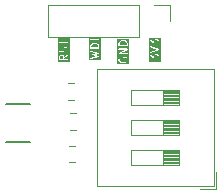
<source format=gbr>
G04 #@! TF.GenerationSoftware,KiCad,Pcbnew,7.0.9*
G04 #@! TF.CreationDate,2024-02-07T11:32:08+05:45*
G04 #@! TF.ProjectId,OBC-v4.0,4f42432d-7634-42e3-902e-6b696361645f,rev?*
G04 #@! TF.SameCoordinates,Original*
G04 #@! TF.FileFunction,Legend,Top*
G04 #@! TF.FilePolarity,Positive*
%FSLAX46Y46*%
G04 Gerber Fmt 4.6, Leading zero omitted, Abs format (unit mm)*
G04 Created by KiCad (PCBNEW 7.0.9) date 2024-02-07 11:32:08*
%MOMM*%
%LPD*%
G01*
G04 APERTURE LIST*
%ADD10C,0.100000*%
%ADD11C,0.120000*%
%ADD12C,0.152400*%
G04 APERTURE END LIST*
D10*
G36*
X120410014Y-85304719D02*
G01*
X120464514Y-85331969D01*
X120517099Y-85384554D01*
X120544133Y-85465656D01*
X120544133Y-85574211D01*
X119944133Y-85574211D01*
X119944133Y-85465656D01*
X119971167Y-85384553D01*
X120023750Y-85331970D01*
X120078251Y-85304719D01*
X120200287Y-85274211D01*
X120287978Y-85274211D01*
X120410014Y-85304719D01*
G37*
G36*
X120744133Y-87240877D02*
G01*
X119744133Y-87240877D01*
X119744133Y-86857544D01*
X119844133Y-86857544D01*
X119847282Y-86865146D01*
X119846699Y-86873355D01*
X119880032Y-86973355D01*
X119887657Y-86982147D01*
X119892111Y-86992899D01*
X119958777Y-87059566D01*
X119966381Y-87062715D01*
X119971773Y-87068932D01*
X120038440Y-87102266D01*
X120044108Y-87102668D01*
X120048673Y-87106051D01*
X120182006Y-87139384D01*
X120188276Y-87138450D01*
X120194133Y-87140877D01*
X120294133Y-87140877D01*
X120299989Y-87138450D01*
X120306260Y-87139384D01*
X120439592Y-87106051D01*
X120444158Y-87102667D01*
X120449826Y-87102265D01*
X120516494Y-87068932D01*
X120521885Y-87062715D01*
X120529488Y-87059566D01*
X120596155Y-86992900D01*
X120600608Y-86982147D01*
X120608234Y-86973355D01*
X120641567Y-86873355D01*
X120640983Y-86865147D01*
X120644133Y-86857544D01*
X120644133Y-86790877D01*
X120640983Y-86783273D01*
X120641567Y-86775066D01*
X120608234Y-86675066D01*
X120600609Y-86666274D01*
X120596155Y-86655521D01*
X120562821Y-86622188D01*
X120537820Y-86611833D01*
X120527466Y-86607544D01*
X120294133Y-86607544D01*
X120258778Y-86622189D01*
X120244133Y-86657544D01*
X120244133Y-86790877D01*
X120258778Y-86826232D01*
X120294133Y-86840877D01*
X120329488Y-86826232D01*
X120344133Y-86790877D01*
X120344133Y-86707544D01*
X120506755Y-86707544D01*
X120517099Y-86717887D01*
X120544133Y-86798989D01*
X120544133Y-86849431D01*
X120517098Y-86930534D01*
X120464516Y-86983117D01*
X120410016Y-87010367D01*
X120287978Y-87040877D01*
X120200287Y-87040877D01*
X120078250Y-87010367D01*
X120023752Y-86983119D01*
X119971167Y-86930535D01*
X119944133Y-86849431D01*
X119944133Y-86769346D01*
X119972188Y-86713237D01*
X119974900Y-86675065D01*
X119949827Y-86646155D01*
X119911655Y-86643443D01*
X119882745Y-86668516D01*
X119849412Y-86735184D01*
X119848587Y-86746791D01*
X119844133Y-86757544D01*
X119844133Y-86857544D01*
X119744133Y-86857544D01*
X119744133Y-86357544D01*
X119844133Y-86357544D01*
X119849088Y-86369506D01*
X119850721Y-86382351D01*
X119856150Y-86386555D01*
X119858778Y-86392899D01*
X119870739Y-86397853D01*
X119880977Y-86405782D01*
X119887788Y-86404916D01*
X119894133Y-86407544D01*
X120594133Y-86407544D01*
X120629488Y-86392899D01*
X120644133Y-86357544D01*
X120629488Y-86322189D01*
X120594133Y-86307544D01*
X120082411Y-86307544D01*
X120618940Y-86000956D01*
X120623144Y-85995526D01*
X120629488Y-85992899D01*
X120634442Y-85980937D01*
X120642371Y-85970700D01*
X120641505Y-85963888D01*
X120644133Y-85957544D01*
X120639177Y-85945581D01*
X120637545Y-85932737D01*
X120632115Y-85928532D01*
X120629488Y-85922189D01*
X120617526Y-85917234D01*
X120607289Y-85909306D01*
X120600477Y-85910171D01*
X120594133Y-85907544D01*
X119894133Y-85907544D01*
X119858778Y-85922189D01*
X119844133Y-85957544D01*
X119858778Y-85992899D01*
X119894133Y-86007544D01*
X120405855Y-86007544D01*
X119869326Y-86314132D01*
X119865121Y-86319561D01*
X119858778Y-86322189D01*
X119853823Y-86334150D01*
X119845895Y-86344388D01*
X119846760Y-86351199D01*
X119844133Y-86357544D01*
X119744133Y-86357544D01*
X119744133Y-85624211D01*
X119844133Y-85624211D01*
X119858778Y-85659566D01*
X119894133Y-85674211D01*
X120594133Y-85674211D01*
X120629488Y-85659566D01*
X120644133Y-85624211D01*
X120644133Y-85457544D01*
X120640983Y-85449940D01*
X120641567Y-85441733D01*
X120608234Y-85341733D01*
X120600608Y-85332940D01*
X120596155Y-85322189D01*
X120529488Y-85255522D01*
X120521884Y-85252372D01*
X120516494Y-85246157D01*
X120449827Y-85212823D01*
X120444158Y-85212420D01*
X120439592Y-85209037D01*
X120306260Y-85175704D01*
X120299989Y-85176637D01*
X120294133Y-85174211D01*
X120194133Y-85174211D01*
X120188276Y-85176637D01*
X120182006Y-85175704D01*
X120048673Y-85209037D01*
X120044107Y-85212420D01*
X120038439Y-85212823D01*
X119971772Y-85246157D01*
X119966381Y-85252372D01*
X119958778Y-85255522D01*
X119892111Y-85322188D01*
X119887656Y-85332941D01*
X119880032Y-85341733D01*
X119846699Y-85441733D01*
X119847282Y-85449941D01*
X119844133Y-85457544D01*
X119844133Y-85624211D01*
X119744133Y-85624211D01*
X119744133Y-85074211D01*
X120744133Y-85074211D01*
X120744133Y-87240877D01*
G37*
G36*
X123414133Y-87014211D02*
G01*
X122414133Y-87014211D01*
X122414133Y-86864211D01*
X122514133Y-86864211D01*
X122528778Y-86899566D01*
X122564133Y-86914211D01*
X122599488Y-86899566D01*
X122614133Y-86864211D01*
X122614133Y-86541065D01*
X122797875Y-86701840D01*
X122814545Y-86707477D01*
X122830800Y-86714211D01*
X122832442Y-86713530D01*
X122834126Y-86714100D01*
X122849899Y-86706299D01*
X122866155Y-86699566D01*
X122866835Y-86697924D01*
X122868429Y-86697136D01*
X122874066Y-86680465D01*
X122880800Y-86664211D01*
X122880800Y-86576013D01*
X122905226Y-86527160D01*
X122927083Y-86505303D01*
X122975936Y-86480877D01*
X123118997Y-86480877D01*
X123167847Y-86505302D01*
X123189708Y-86527164D01*
X123214133Y-86576013D01*
X123214133Y-86752408D01*
X123189707Y-86801258D01*
X123162111Y-86828856D01*
X123147466Y-86864211D01*
X123162111Y-86899566D01*
X123197466Y-86914211D01*
X123232821Y-86899566D01*
X123266155Y-86866233D01*
X123269304Y-86858629D01*
X123275521Y-86853238D01*
X123308854Y-86786572D01*
X123309679Y-86774963D01*
X123314133Y-86764211D01*
X123314133Y-86564211D01*
X123309679Y-86553460D01*
X123308855Y-86541851D01*
X123275521Y-86475184D01*
X123269305Y-86469792D01*
X123266155Y-86462188D01*
X123232821Y-86428855D01*
X123225217Y-86425705D01*
X123219827Y-86419490D01*
X123153161Y-86386156D01*
X123141552Y-86385330D01*
X123130800Y-86380877D01*
X122964133Y-86380877D01*
X122953380Y-86385330D01*
X122941772Y-86386156D01*
X122875105Y-86419490D01*
X122869713Y-86425706D01*
X122862111Y-86428856D01*
X122828778Y-86462189D01*
X122825628Y-86469791D01*
X122819412Y-86475183D01*
X122786079Y-86541851D01*
X122785254Y-86553458D01*
X122783897Y-86556732D01*
X122597058Y-86393248D01*
X122580387Y-86387610D01*
X122564133Y-86380877D01*
X122562490Y-86381557D01*
X122560807Y-86380988D01*
X122545033Y-86388788D01*
X122528778Y-86395522D01*
X122528097Y-86397163D01*
X122526504Y-86397952D01*
X122520866Y-86414622D01*
X122514133Y-86430877D01*
X122514133Y-86864211D01*
X122414133Y-86864211D01*
X122414133Y-86246688D01*
X122516699Y-86246688D01*
X122541773Y-86275598D01*
X122579944Y-86278311D01*
X123279945Y-86044978D01*
X123282767Y-86042529D01*
X123286493Y-86042265D01*
X123296877Y-86030291D01*
X123308854Y-86019904D01*
X123309118Y-86016177D01*
X123311567Y-86013355D01*
X123310443Y-85997544D01*
X123311567Y-85981733D01*
X123309118Y-85978910D01*
X123308854Y-85975184D01*
X123296881Y-85964800D01*
X123286494Y-85952823D01*
X123282766Y-85952558D01*
X123279944Y-85950110D01*
X122579944Y-85716776D01*
X122541773Y-85719489D01*
X122516699Y-85748399D01*
X122519412Y-85786570D01*
X122548322Y-85811644D01*
X123106020Y-85997543D01*
X122548322Y-86183443D01*
X122519412Y-86208517D01*
X122516699Y-86246688D01*
X122414133Y-86246688D01*
X122414133Y-85597544D01*
X122514133Y-85597544D01*
X122528778Y-85632899D01*
X122564133Y-85647544D01*
X122599488Y-85632899D01*
X122614133Y-85597544D01*
X122614133Y-85274398D01*
X122797875Y-85435173D01*
X122814545Y-85440810D01*
X122830800Y-85447544D01*
X122832442Y-85446863D01*
X122834126Y-85447433D01*
X122849899Y-85439632D01*
X122866155Y-85432899D01*
X122866835Y-85431257D01*
X122868429Y-85430469D01*
X122874066Y-85413798D01*
X122880800Y-85397544D01*
X122880800Y-85309346D01*
X122905226Y-85260493D01*
X122927083Y-85238636D01*
X122975936Y-85214210D01*
X123118997Y-85214210D01*
X123167847Y-85238635D01*
X123189708Y-85260497D01*
X123214133Y-85309346D01*
X123214133Y-85485741D01*
X123189707Y-85534591D01*
X123162111Y-85562189D01*
X123147466Y-85597544D01*
X123162111Y-85632899D01*
X123197466Y-85647544D01*
X123232821Y-85632899D01*
X123266155Y-85599566D01*
X123269304Y-85591962D01*
X123275521Y-85586571D01*
X123308854Y-85519905D01*
X123309679Y-85508296D01*
X123314133Y-85497544D01*
X123314133Y-85297544D01*
X123309679Y-85286793D01*
X123308855Y-85275184D01*
X123275521Y-85208517D01*
X123269305Y-85203125D01*
X123266155Y-85195521D01*
X123232821Y-85162188D01*
X123225217Y-85159038D01*
X123219827Y-85152823D01*
X123153161Y-85119489D01*
X123141552Y-85118663D01*
X123130800Y-85114210D01*
X122964133Y-85114210D01*
X122953380Y-85118663D01*
X122941772Y-85119489D01*
X122875105Y-85152823D01*
X122869713Y-85159039D01*
X122862111Y-85162189D01*
X122828778Y-85195522D01*
X122825628Y-85203124D01*
X122819412Y-85208516D01*
X122786079Y-85275184D01*
X122785254Y-85286791D01*
X122783897Y-85290065D01*
X122597058Y-85126581D01*
X122580387Y-85120943D01*
X122564133Y-85114210D01*
X122562490Y-85114890D01*
X122560807Y-85114321D01*
X122545033Y-85122121D01*
X122528778Y-85128855D01*
X122528097Y-85130496D01*
X122526504Y-85131285D01*
X122520866Y-85147955D01*
X122514133Y-85164210D01*
X122514133Y-85597544D01*
X122414133Y-85597544D01*
X122414133Y-85014210D01*
X123414133Y-85014210D01*
X123414133Y-87014211D01*
G37*
G36*
X118000014Y-85548052D02*
G01*
X118054514Y-85575302D01*
X118107099Y-85627887D01*
X118134133Y-85708989D01*
X118134133Y-85817544D01*
X117534133Y-85817544D01*
X117534133Y-85708989D01*
X117561167Y-85627886D01*
X117613750Y-85575303D01*
X117668251Y-85548052D01*
X117790287Y-85517544D01*
X117877978Y-85517544D01*
X118000014Y-85548052D01*
G37*
G36*
X118334133Y-86882851D02*
G01*
X117334133Y-86882851D01*
X117334133Y-86745792D01*
X117435493Y-86745792D01*
X117457928Y-86776794D01*
X117495714Y-86782851D01*
X118195714Y-86616184D01*
X118201772Y-86611799D01*
X118209184Y-86610815D01*
X118216697Y-86600999D01*
X118226716Y-86593749D01*
X118227899Y-86586363D01*
X118232444Y-86580427D01*
X118230815Y-86568173D01*
X118232773Y-86555963D01*
X118228387Y-86549903D01*
X118227403Y-86542492D01*
X118217587Y-86534978D01*
X118210338Y-86524961D01*
X118202954Y-86523777D01*
X118197016Y-86519232D01*
X117878185Y-86434210D01*
X118197017Y-86349189D01*
X118202955Y-86344643D01*
X118210338Y-86343460D01*
X118217587Y-86333442D01*
X118227404Y-86325928D01*
X118228388Y-86318517D01*
X118232774Y-86312458D01*
X118230816Y-86300248D01*
X118232445Y-86287994D01*
X118227899Y-86282055D01*
X118226716Y-86274672D01*
X118216699Y-86267423D01*
X118209185Y-86257606D01*
X118201771Y-86256620D01*
X118195714Y-86252237D01*
X117495714Y-86085571D01*
X117457928Y-86091629D01*
X117435493Y-86122630D01*
X117441551Y-86160416D01*
X117472552Y-86182851D01*
X117979789Y-86303621D01*
X117671250Y-86385899D01*
X117665837Y-86390042D01*
X117659081Y-86390940D01*
X117651181Y-86401259D01*
X117640862Y-86409159D01*
X117639964Y-86415915D01*
X117635821Y-86421328D01*
X117637532Y-86434211D01*
X117635821Y-86447094D01*
X117639964Y-86452506D01*
X117640862Y-86459263D01*
X117651181Y-86467162D01*
X117659081Y-86477482D01*
X117665837Y-86478379D01*
X117671250Y-86482523D01*
X117979789Y-86564799D01*
X117472552Y-86685571D01*
X117441550Y-86708006D01*
X117435493Y-86745792D01*
X117334133Y-86745792D01*
X117334133Y-85867544D01*
X117434133Y-85867544D01*
X117448778Y-85902899D01*
X117484133Y-85917544D01*
X118184133Y-85917544D01*
X118219488Y-85902899D01*
X118234133Y-85867544D01*
X118234133Y-85700877D01*
X118230983Y-85693273D01*
X118231567Y-85685066D01*
X118198234Y-85585066D01*
X118190608Y-85576273D01*
X118186155Y-85565522D01*
X118119488Y-85498855D01*
X118111884Y-85495705D01*
X118106494Y-85489490D01*
X118039827Y-85456156D01*
X118034158Y-85455753D01*
X118029592Y-85452370D01*
X117896260Y-85419037D01*
X117889989Y-85419970D01*
X117884133Y-85417544D01*
X117784133Y-85417544D01*
X117778276Y-85419970D01*
X117772006Y-85419037D01*
X117638673Y-85452370D01*
X117634107Y-85455753D01*
X117628439Y-85456156D01*
X117561772Y-85489490D01*
X117556381Y-85495705D01*
X117548778Y-85498855D01*
X117482111Y-85565521D01*
X117477656Y-85576274D01*
X117470032Y-85585066D01*
X117436699Y-85685066D01*
X117437282Y-85693274D01*
X117434133Y-85700877D01*
X117434133Y-85867544D01*
X117334133Y-85867544D01*
X117334133Y-85167544D01*
X117434133Y-85167544D01*
X117448778Y-85202899D01*
X117484133Y-85217544D01*
X118184133Y-85217544D01*
X118219488Y-85202899D01*
X118234133Y-85167544D01*
X118219488Y-85132189D01*
X118184133Y-85117544D01*
X117484133Y-85117544D01*
X117448778Y-85132189D01*
X117434133Y-85167544D01*
X117334133Y-85167544D01*
X117334133Y-85017544D01*
X118334133Y-85017544D01*
X118334133Y-86882851D01*
G37*
G36*
X115124514Y-86541969D02*
G01*
X115146374Y-86563829D01*
X115170800Y-86612680D01*
X115170800Y-86817544D01*
X114904133Y-86817544D01*
X114904133Y-86612680D01*
X114928558Y-86563828D01*
X114950418Y-86541969D01*
X114999269Y-86517544D01*
X115075664Y-86517544D01*
X115124514Y-86541969D01*
G37*
G36*
X115704133Y-87017544D02*
G01*
X114704133Y-87017544D01*
X114704133Y-86867544D01*
X114804133Y-86867544D01*
X114818778Y-86902899D01*
X114854133Y-86917544D01*
X115220800Y-86917544D01*
X115554133Y-86917544D01*
X115589488Y-86902899D01*
X115604133Y-86867544D01*
X115589488Y-86832189D01*
X115554133Y-86817544D01*
X115270800Y-86817544D01*
X115270800Y-86726910D01*
X115582806Y-86508505D01*
X115603372Y-86476233D01*
X115595095Y-86438871D01*
X115562822Y-86418305D01*
X115525460Y-86426582D01*
X115270800Y-86604843D01*
X115270800Y-86600877D01*
X115266346Y-86590124D01*
X115265521Y-86578516D01*
X115232187Y-86511850D01*
X115225971Y-86506459D01*
X115222822Y-86498856D01*
X115189489Y-86465522D01*
X115181885Y-86462372D01*
X115176494Y-86456156D01*
X115109826Y-86422823D01*
X115098218Y-86421998D01*
X115087466Y-86417544D01*
X114987466Y-86417544D01*
X114976713Y-86421997D01*
X114965105Y-86422823D01*
X114898439Y-86456156D01*
X114893047Y-86462372D01*
X114885444Y-86465522D01*
X114852111Y-86498856D01*
X114848961Y-86506458D01*
X114842745Y-86511850D01*
X114809412Y-86578516D01*
X114808586Y-86590124D01*
X114804133Y-86600877D01*
X114804133Y-86867544D01*
X114704133Y-86867544D01*
X114704133Y-86067544D01*
X114804133Y-86067544D01*
X114808587Y-86078296D01*
X114809412Y-86089904D01*
X114842745Y-86156572D01*
X114848961Y-86161963D01*
X114852111Y-86169567D01*
X114885445Y-86202900D01*
X114893048Y-86206049D01*
X114898439Y-86212265D01*
X114965105Y-86245598D01*
X114976713Y-86246423D01*
X114987466Y-86250877D01*
X115054133Y-86250877D01*
X115064885Y-86246422D01*
X115076493Y-86245598D01*
X115143161Y-86212265D01*
X115148552Y-86206048D01*
X115156155Y-86202899D01*
X115189488Y-86169566D01*
X115192637Y-86161962D01*
X115198854Y-86156571D01*
X115232188Y-86089904D01*
X115232590Y-86084235D01*
X115235973Y-86079671D01*
X115267976Y-85951660D01*
X115295226Y-85897160D01*
X115317083Y-85875303D01*
X115365936Y-85850877D01*
X115408997Y-85850877D01*
X115457847Y-85875302D01*
X115479708Y-85897164D01*
X115504133Y-85946013D01*
X115504133Y-86092764D01*
X115473366Y-86185066D01*
X115476079Y-86223238D01*
X115504989Y-86248311D01*
X115543161Y-86245598D01*
X115568234Y-86216688D01*
X115601567Y-86116688D01*
X115600983Y-86108480D01*
X115604133Y-86100877D01*
X115604133Y-85934211D01*
X115599679Y-85923460D01*
X115598855Y-85911851D01*
X115565521Y-85845184D01*
X115559305Y-85839792D01*
X115556155Y-85832188D01*
X115522821Y-85798855D01*
X115515217Y-85795705D01*
X115509827Y-85789490D01*
X115443161Y-85756156D01*
X115431552Y-85755330D01*
X115420800Y-85750877D01*
X115354133Y-85750877D01*
X115343380Y-85755330D01*
X115331772Y-85756156D01*
X115265105Y-85789490D01*
X115259713Y-85795706D01*
X115252111Y-85798856D01*
X115218778Y-85832189D01*
X115215628Y-85839791D01*
X115209412Y-85845183D01*
X115176079Y-85911851D01*
X115175676Y-85917517D01*
X115172293Y-85922084D01*
X115140289Y-86050093D01*
X115113040Y-86104593D01*
X115091183Y-86126450D01*
X115042331Y-86150877D01*
X114999269Y-86150877D01*
X114950418Y-86126451D01*
X114928558Y-86104592D01*
X114904133Y-86055741D01*
X114904133Y-85908989D01*
X114934900Y-85816688D01*
X114932187Y-85778517D01*
X114903277Y-85753443D01*
X114865105Y-85756156D01*
X114840032Y-85785066D01*
X114806699Y-85885066D01*
X114807282Y-85893274D01*
X114804133Y-85900877D01*
X114804133Y-86067544D01*
X114704133Y-86067544D01*
X114704133Y-85600877D01*
X114804133Y-85600877D01*
X114818778Y-85636232D01*
X114854133Y-85650877D01*
X114889488Y-85636232D01*
X114904133Y-85600877D01*
X114904133Y-85450877D01*
X115554133Y-85450877D01*
X115589488Y-85436232D01*
X115604133Y-85400877D01*
X115589488Y-85365522D01*
X115554133Y-85350877D01*
X114904133Y-85350877D01*
X114904133Y-85200877D01*
X114889488Y-85165522D01*
X114854133Y-85150877D01*
X114818778Y-85165522D01*
X114804133Y-85200877D01*
X114804133Y-85600877D01*
X114704133Y-85600877D01*
X114704133Y-85050877D01*
X115704133Y-85050877D01*
X115704133Y-87017544D01*
G37*
D11*
X115678922Y-94130000D02*
X116196078Y-94130000D01*
X115678922Y-95550000D02*
X116196078Y-95550000D01*
X116106078Y-90280000D02*
X115588922Y-90280000D01*
X116106078Y-88860000D02*
X115588922Y-88860000D01*
X116226078Y-92790000D02*
X115708922Y-92790000D01*
X116226078Y-91370000D02*
X115708922Y-91370000D01*
D12*
X112371000Y-90604400D02*
X110339000Y-90604400D01*
X110339000Y-93855600D02*
X112371000Y-93855600D01*
D11*
X128132500Y-97775000D02*
X128132500Y-96392000D01*
X128132500Y-97775000D02*
X126748500Y-97775000D01*
X127892500Y-97535000D02*
X127892500Y-87615000D01*
X127892500Y-97535000D02*
X117992500Y-97535000D01*
X127892500Y-87615000D02*
X117992500Y-87615000D01*
X124972500Y-95750000D02*
X124972500Y-94480000D01*
X124972500Y-95630000D02*
X123619167Y-95630000D01*
X124972500Y-95510000D02*
X123619167Y-95510000D01*
X124972500Y-95390000D02*
X123619167Y-95390000D01*
X124972500Y-95270000D02*
X123619167Y-95270000D01*
X124972500Y-95150000D02*
X123619167Y-95150000D01*
X124972500Y-95030000D02*
X123619167Y-95030000D01*
X124972500Y-94910000D02*
X123619167Y-94910000D01*
X124972500Y-94790000D02*
X123619167Y-94790000D01*
X124972500Y-94670000D02*
X123619167Y-94670000D01*
X124972500Y-94550000D02*
X123619167Y-94550000D01*
X124972500Y-94480000D02*
X120912500Y-94480000D01*
X124972500Y-93210000D02*
X124972500Y-91940000D01*
X124972500Y-93090000D02*
X123619167Y-93090000D01*
X124972500Y-92970000D02*
X123619167Y-92970000D01*
X124972500Y-92850000D02*
X123619167Y-92850000D01*
X124972500Y-92730000D02*
X123619167Y-92730000D01*
X124972500Y-92610000D02*
X123619167Y-92610000D01*
X124972500Y-92490000D02*
X123619167Y-92490000D01*
X124972500Y-92370000D02*
X123619167Y-92370000D01*
X124972500Y-92250000D02*
X123619167Y-92250000D01*
X124972500Y-92130000D02*
X123619167Y-92130000D01*
X124972500Y-92010000D02*
X123619167Y-92010000D01*
X124972500Y-91940000D02*
X120912500Y-91940000D01*
X124972500Y-90670000D02*
X124972500Y-89400000D01*
X124972500Y-90550000D02*
X123619167Y-90550000D01*
X124972500Y-90430000D02*
X123619167Y-90430000D01*
X124972500Y-90310000D02*
X123619167Y-90310000D01*
X124972500Y-90190000D02*
X123619167Y-90190000D01*
X124972500Y-90070000D02*
X123619167Y-90070000D01*
X124972500Y-89950000D02*
X123619167Y-89950000D01*
X124972500Y-89830000D02*
X123619167Y-89830000D01*
X124972500Y-89710000D02*
X123619167Y-89710000D01*
X124972500Y-89590000D02*
X123619167Y-89590000D01*
X124972500Y-89470000D02*
X123619167Y-89470000D01*
X124972500Y-89400000D02*
X120912500Y-89400000D01*
X123619167Y-95750000D02*
X123619167Y-94480000D01*
X123619167Y-93210000D02*
X123619167Y-91940000D01*
X123619167Y-90670000D02*
X123619167Y-89400000D01*
X120912500Y-95750000D02*
X124972500Y-95750000D01*
X120912500Y-94480000D02*
X120912500Y-95750000D01*
X120912500Y-93210000D02*
X124972500Y-93210000D01*
X120912500Y-91940000D02*
X120912500Y-93210000D01*
X120912500Y-90670000D02*
X124972500Y-90670000D01*
X120912500Y-89400000D02*
X120912500Y-90670000D01*
X117992500Y-97535000D02*
X117992500Y-87615000D01*
X124185000Y-82240000D02*
X124185000Y-83570000D01*
X122855000Y-82240000D02*
X124185000Y-82240000D01*
X121585000Y-82240000D02*
X113905000Y-82240000D01*
X121585000Y-82240000D02*
X121585000Y-84900000D01*
X113905000Y-82240000D02*
X113905000Y-84900000D01*
X121585000Y-84900000D02*
X113905000Y-84900000D01*
M02*

</source>
